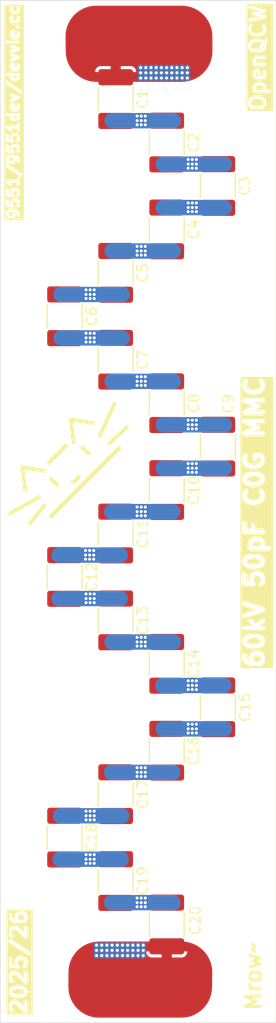
<source format=kicad_pcb>
(kicad_pcb (version 20241229) (generator "pcbnew") (generator_version "9.0")
  (layers (0 "F.Cu" signal) (2 "B.Cu" signal) (13 "F.Paste" user) (15 "B.Paste" user) (5 "F.SilkS" user "F.Silkscreen") (7 "B.SilkS" user "B.Silkscreen") (1 "F.Mask" user) (3 "B.Mask" user) (25 "Edge.Cuts" user))
  (net 0 "")
  (net 1 "CONN_1")
  (net 2 "Net-(C10-Pad2)")
  (net 3 "CONN_2")
  (net 4 "Net-(C10-Pad1)")
  (net 5 "Net-(C1-Pad2)")
  (net 6 "Net-(C2-Pad2)")
  (net 7 "Net-(C3-Pad2)")
  (net 8 "Net-(C4-Pad2)")
  (net 9 "Net-(C5-Pad2)")
  (net 10 "Net-(C6-Pad2)")
  (net 11 "Net-(C7-Pad2)")
  (net 12 "Net-(C8-Pad2)")
  (net 13 "Net-(C11-Pad2)")
  (net 14 "Net-(C12-Pad2)")
  (net 15 "Net-(C13-Pad2)")
  (net 16 "Net-(C14-Pad2)")
  (net 17 "Net-(C15-Pad2)")
  (net 18 "Net-(C16-Pad2)")
  (net 19 "Net-(C17-Pad2)")
  (net 20 "Net-(C18-Pad2)")
  (net 21 "Net-(C19-Pad2)")
  (footprint "Capacitor_SMD:C_1812_4532Metric_Pad1.57x3.40mm_HandSolder" (layer "F.Cu") (at 92.55 137.135 -90)
    (property "Reference" "C13" (at 0 -2.65 90) (layer "F.SilkS"))
    (property "Value" "1nF")
    (pad "1" smd roundrect (at -2.1375 0 270) (size 1.575 3.4) (layers "F.Cu" "F.Mask" "F.Paste") (roundrect_rratio 0.15873) (net 14 "Net-(C12-Pad2)"))
    (pad "2" smd roundrect (at 2.1375 0 270) (size 1.575 3.4) (layers "F.Cu" "F.Mask" "F.Paste") (roundrect_rratio 0.15873) (net 15 "Net-(C13-Pad2)"))
  )
  (footprint "Capacitor_SMD:C_1812_4532Metric_Pad1.57x3.40mm_HandSolder" (layer "F.Cu") (at 92.55 86.135 -90)
    (property "Reference" "C1" (at 0 -2.65 90) (layer "F.SilkS"))
    (property "Value" "1nF")
    (pad "1" smd roundrect (at -2.1375 0 270) (size 1.575 3.4) (layers "F.Cu" "F.Mask" "F.Paste") (roundrect_rratio 0.15873) (net 1 "CONN_1"))
    (pad "2" smd roundrect (at 2.1375 0 270) (size 1.575 3.4) (layers "F.Cu" "F.Mask" "F.Paste") (roundrect_rratio 0.15873) (net 5 "Net-(C1-Pad2)"))
  )
  (footprint "Capacitor_SMD:C_1812_4532Metric_Pad1.57x3.40mm_HandSolder" (layer "F.Cu") (at 87.55 132.885 -90)
    (property "Reference" "C12" (at 0 -2.65 90) (layer "F.SilkS"))
    (property "Value" "1nF")
    (pad "1" smd roundrect (at -2.1375 0 270) (size 1.575 3.4) (layers "F.Cu" "F.Mask" "F.Paste") (roundrect_rratio 0.15873) (net 13 "Net-(C11-Pad2)"))
    (pad "2" smd roundrect (at 2.1375 0 270) (size 1.575 3.4) (layers "F.Cu" "F.Mask" "F.Paste") (roundrect_rratio 0.15873) (net 14 "Net-(C12-Pad2)"))
  )
  (footprint "Capacitor_SMD:C_1812_4532Metric_Pad1.57x3.40mm_HandSolder" (layer "F.Cu") (at 92.55 128.635 -90)
    (property "Reference" "C11" (at 0 -2.65 90) (layer "F.SilkS"))
    (property "Value" "1nF")
    (pad "1" smd roundrect (at -2.1375 0 270) (size 1.575 3.4) (layers "F.Cu" "F.Mask" "F.Paste") (roundrect_rratio 0.15873) (net 2 "Net-(C10-Pad2)"))
    (pad "2" smd roundrect (at 2.1375 0 270) (size 1.575 3.4) (layers "F.Cu" "F.Mask" "F.Paste") (roundrect_rratio 0.15873) (net 13 "Net-(C11-Pad2)"))
  )
  (footprint "Capacitor_SMD:C_1812_4532Metric_Pad1.57x3.40mm_HandSolder" (layer "F.Cu") (at 97.55 149.885 -90)
    (property "Reference" "C16" (at 0 -2.65 90) (layer "F.SilkS"))
    (property "Value" "1nF")
    (pad "1" smd roundrect (at -2.1375 0 270) (size 1.575 3.4) (layers "F.Cu" "F.Mask" "F.Paste") (roundrect_rratio 0.15873) (net 17 "Net-(C15-Pad2)"))
    (pad "2" smd roundrect (at 2.1375 0 270) (size 1.575 3.4) (layers "F.Cu" "F.Mask" "F.Paste") (roundrect_rratio 0.15873) (net 18 "Net-(C16-Pad2)"))
  )
  (footprint "Capacitor_SMD:C_1812_4532Metric_Pad1.57x3.40mm_HandSolder" (layer "F.Cu") (at 92.55 111.635 -90)
    (property "Reference" "C7" (at 0 -2.65 90) (layer "F.SilkS"))
    (property "Value" "1nF")
    (pad "1" smd roundrect (at -2.1375 0 270) (size 1.575 3.4) (layers "F.Cu" "F.Mask" "F.Paste") (roundrect_rratio 0.15873) (net 10 "Net-(C6-Pad2)"))
    (pad "2" smd roundrect (at 2.1375 0 270) (size 1.575 3.4) (layers "F.Cu" "F.Mask" "F.Paste") (roundrect_rratio 0.15873) (net 11 "Net-(C7-Pad2)"))
  )
  (footprint "Capacitor_SMD:C_1812_4532Metric_Pad1.57x3.40mm_HandSolder" (layer "F.Cu") (at 87.55 107.385 -90)
    (property "Reference" "C6" (at 0 -2.65 90) (layer "F.SilkS"))
    (property "Value" "1nF")
    (pad "1" smd roundrect (at -2.1375 0 270) (size 1.575 3.4) (layers "F.Cu" "F.Mask" "F.Paste") (roundrect_rratio 0.15873) (net 9 "Net-(C5-Pad2)"))
    (pad "2" smd roundrect (at 2.1375 0 270) (size 1.575 3.4) (layers "F.Cu" "F.Mask" "F.Paste") (roundrect_rratio 0.15873) (net 10 "Net-(C6-Pad2)"))
  )
  (footprint "Capacitor_SMD:C_1812_4532Metric_Pad1.57x3.40mm_HandSolder" (layer "F.Cu") (at 102.55 94.635 -90)
    (property "Reference" "C3" (at 0 -2.65 90) (layer "F.SilkS"))
    (property "Value" "1nF")
    (pad "1" smd roundrect (at -2.1375 0 270) (size 1.575 3.4) (layers "F.Cu" "F.Mask" "F.Paste") (roundrect_rratio 0.15873) (net 6 "Net-(C2-Pad2)"))
    (pad "2" smd roundrect (at 2.1375 0 270) (size 1.575 3.4) (layers "F.Cu" "F.Mask" "F.Paste") (roundrect_rratio 0.15873) (net 7 "Net-(C3-Pad2)"))
  )
  (footprint "Capacitor_SMD:C_1812_4532Metric_Pad1.57x3.40mm_HandSolder" (layer "F.Cu") (at 102.55 145.635 -90)
    (property "Reference" "C15" (at 0 -2.65 90) (layer "F.SilkS"))
    (property "Value" "1nF")
    (pad "1" smd roundrect (at -2.1375 0 270) (size 1.575 3.4) (layers "F.Cu" "F.Mask" "F.Paste") (roundrect_rratio 0.15873) (net 16 "Net-(C14-Pad2)"))
    (pad "2" smd roundrect (at 2.1375 0 270) (size 1.575 3.4) (layers "F.Cu" "F.Mask" "F.Paste") (roundrect_rratio 0.15873) (net 17 "Net-(C15-Pad2)"))
  )
  (footprint "Capacitor_SMD:C_1812_4532Metric_Pad1.57x3.40mm_HandSolder" (layer "F.Cu") (at 97.55 166.885 -90)
    (property "Reference" "C20" (at -0.4 -2.8 90) (layer "F.SilkS"))
    (property "Value" "1nF")
    (pad "1" smd roundrect (at -2.1375 0 270) (size 1.575 3.4) (layers "F.Cu" "F.Mask" "F.Paste") (roundrect_rratio 0.15873) (net 21 "Net-(C19-Pad2)"))
    (pad "2" smd roundrect (at 2.1375 0 270) (size 1.575 3.4) (layers "F.Cu" "F.Mask" "F.Paste") (roundrect_rratio 0.15873) (net 3 "CONN_2"))
  )
  (footprint "Capacitor_SMD:C_1812_4532Metric_Pad1.57x3.40mm_HandSolder" (layer "F.Cu") (at 97.55 115.885 -90)
    (property "Reference" "C8" (at 0 -2.65 90) (layer "F.SilkS"))
    (property "Value" "1nF")
    (pad "1" smd roundrect (at -2.1375 0 270) (size 1.575 3.4) (layers "F.Cu" "F.Mask" "F.Paste") (roundrect_rratio 0.15873) (net 11 "Net-(C7-Pad2)"))
    (pad "2" smd roundrect (at 2.1375 0 270) (size 1.575 3.4) (layers "F.Cu" "F.Mask" "F.Paste") (roundrect_rratio 0.15873) (net 12 "Net-(C8-Pad2)"))
  )
  (footprint "Capacitor_SMD:C_1812_4532Metric_Pad1.57x3.40mm_HandSolder" (layer "F.Cu") (at 97.55 98.885 -90)
    (property "Reference" "C4" (at 0 -2.65 90) (layer "F.SilkS"))
    (property "Value" "1nF")
    (pad "1" smd roundrect (at -2.1375 0 270) (size 1.575 3.4) (layers "F.Cu" "F.Mask" "F.Paste") (roundrect_rratio 0.15873) (net 7 "Net-(C3-Pad2)"))
    (pad "2" smd roundrect (at 2.1375 0 270) (size 1.575 3.4) (layers "F.Cu" "F.Mask" "F.Paste") (roundrect_rratio 0.15873) (net 8 "Net-(C4-Pad2)"))
  )
  (footprint "Capacitor_SMD:C_1812_4532Metric_Pad1.57x3.40mm_HandSolder" (layer "F.Cu") (at 97.55 90.385 -90)
    (property "Reference" "C2" (at 0 -2.65 90) (layer "F.SilkS"))
    (property "Value" "1nF")
    (pad "1" smd roundrect (at -2.1375 0 270) (size 1.575 3.4) (layers "F.Cu" "F.Mask" "F.Paste") (roundrect_rratio 0.15873) (net 5 "Net-(C1-Pad2)"))
    (pad "2" smd roundrect (at 2.1375 0 270) (size 1.575 3.4) (layers "F.Cu" "F.Mask" "F.Paste") (roundrect_rratio 0.15873) (net 6 "Net-(C2-Pad2)"))
  )
  (footprint "art:cat2" (layer "F.Cu") (at 87.63 121.666 45)
    (property "Reference" "G***" (hide yes))
    (property "Value" "LOGO" (hide yes))
  )
  (footprint "Capacitor_SMD:C_1812_4532Metric_Pad1.57x3.40mm_HandSolder" (layer "F.Cu") (at 87.55 158.385 -90)
    (property "Reference" "C18" (at 0 -2.65 90) (layer "F.SilkS"))
    (property "Value" "1nF")
    (pad "1" smd roundrect (at -2.1375 0 270) (size 1.575 3.4) (layers "F.Cu" "F.Mask" "F.Paste") (roundrect_rratio 0.15873) (net 19 "Net-(C17-Pad2)"))
    (pad "2" smd roundrect (at 2.1375 0 270) (size 1.575 3.4) (layers "F.Cu" "F.Mask" "F.Paste") (roundrect_rratio 0.15873) (net 20 "Net-(C18-Pad2)"))
  )
  (footprint "Capacitor_SMD:C_1812_4532Metric_Pad1.57x3.40mm_HandSolder" (layer "F.Cu") (at 92.55 154.135 -90)
    (property "Reference" "C17" (at 0 -2.65 90) (layer "F.SilkS"))
    (property "Value" "1nF")
    (pad "1" smd roundrect (at -2.1375 0 270) (size 1.575 3.4) (layers "F.Cu" "F.Mask" "F.Paste") (roundrect_rratio 0.15873) (net 18 "Net-(C16-Pad2)"))
    (pad "2" smd roundrect (at 2.1375 0 270) (size 1.575 3.4) (layers "F.Cu" "F.Mask" "F.Paste") (roundrect_rratio 0.15873) (net 19 "Net-(C17-Pad2)"))
  )
  (footprint "Capacitor_SMD:C_1812_4532Metric_Pad1.57x3.40mm_HandSolder" (layer "F.Cu") (at 92.55 103.135 -90)
    (property "Reference" "C5" (at 0 -2.65 90) (layer "F.SilkS"))
    (property "Value" "1nF")
    (pad "1" smd roundrect (at -2.1375 0 270) (size 1.575 3.4) (layers "F.Cu" "F.Mask" "F.Paste") (roundrect_rratio 0.15873) (net 8 "Net-(C4-Pad2)"))
    (pad "2" smd roundrect (at 2.1375 0 270) (size 1.575 3.4) (layers "F.Cu" "F.Mask" "F.Paste") (roundrect_rratio 0.15873) (net 9 "Net-(C5-Pad2)"))
  )
  (footprint "Capacitor_SMD:C_1812_4532Metric_Pad1.57x3.40mm_HandSolder" (layer "F.Cu") (at 97.55 124.385 -90)
    (property "Reference" "C10" (at 0 -2.65 90) (layer "F.SilkS"))
    (property "Value" "1nF")
    (pad "1" smd roundrect (at -2.1375 0 270) (size 1.575 3.4) (layers "F.Cu" "F.Mask" "F.Paste") (roundrect_rratio 0.15873) (net 4 "Net-(C10-Pad1)"))
    (pad "2" smd roundrect (at 2.1375 0 270) (size 1.575 3.4) (layers "F.Cu" "F.Mask" "F.Paste") (roundrect_rratio 0.15873) (net 2 "Net-(C10-Pad2)"))
  )
  (footprint "Capacitor_SMD:C_1812_4532Metric_Pad1.57x3.40mm_HandSolder" (layer "F.Cu") (at 97.55 141.385 -90)
    (property "Reference" "C14" (at 0 -2.65 90) (layer "F.SilkS"))
    (property "Value" "1nF")
    (pad "1" smd roundrect (at -2.1375 0 270) (size 1.575 3.4) (layers "F.Cu" "F.Mask" "F.Paste") (roundrect_rratio 0.15873) (net 15 "Net-(C13-Pad2)"))
    (pad "2" smd roundrect (at 2.1375 0 270) (size 1.575 3.4) (layers "F.Cu" "F.Mask" "F.Paste") (roundrect_rratio 0.15873) (net 16 "Net-(C14-Pad2)"))
  )
  (footprint "Capacitor_SMD:C_1812_4532Metric_Pad1.57x3.40mm_HandSolder" (layer "F.Cu") (at 92.55 162.635 -90)
    (property "Reference" "C19" (at 0 -2.65 90) (layer "F.SilkS"))
    (property "Value" "1nF")
    (pad "1" smd roundrect (at -2.1375 0 270) (size 1.575 3.4) (layers "F.Cu" "F.Mask" "F.Paste") (roundrect_rratio 0.15873) (net 20 "Net-(C18-Pad2)"))
    (pad "2" smd roundrect (at 2.1375 0 270) (size 1.575 3.4) (layers "F.Cu" "F.Mask" "F.Paste") (roundrect_rratio 0.15873) (net 21 "Net-(C19-Pad2)"))
  )
  (footprint "Capacitor_SMD:C_1812_4532Metric_Pad1.57x3.40mm_HandSolder" (layer "F.Cu") (at 102.55 120.135 -90)
    (property "Reference" "C9" (at -4.185 -1 90) (layer "F.SilkS"))
    (property "Value" "1nF")
    (pad "1" smd roundrect (at -2.1375 0 270) (size 1.575 3.4) (layers "F.Cu" "F.Mask" "F.Paste") (roundrect_rratio 0.15873) (net 12 "Net-(C8-Pad2)"))
    (pad "2" smd roundrect (at 2.1375 0 270) (size 1.575 3.4) (layers "F.Cu" "F.Mask" "F.Paste") (roundrect_rratio 0.15873) (net 4 "Net-(C10-Pad1)"))
  )
  (gr_line (start 87.2 109.5) (end 93.2 109.5) (stroke (width 1.5)) (layer "B.Cu") (net 10))
  (gr_line (start 92.2 113.75) (end 98.2 113.75) (stroke (width 1.5)) (layer "B.Cu") (net 11))
  (gr_line (start 97.2 96.75) (end 103.2 96.75) (stroke (width 1.5)) (layer "B.Cu") (net 7))
  (gr_line (start 87.1 160.5) (end 93.1 160.5) (stroke (width 1.5)) (layer "B.Cu") (net 20))
  (gr_line (start 87 130.75) (end 93 130.75) (stroke (width 1.5)) (layer "B.Cu") (net 13))
  (gr_line (start 92.15 126.5) (end 98.15 126.5) (stroke (width 1.5)) (layer "B.Cu") (net 2))
  (gr_line (start 87.2 105.25) (end 93.2 105.25) (stroke (width 1.5)) (layer "B.Cu") (net 9))
  (gr_line (start 97.15 143.5) (end 103.15 143.5) (stroke (width 1.5)) (layer "B.Cu") (net 16))
  (gr_line (start 97.2 118) (end 103.2 118) (stroke (width 1.5)) (layer "B.Cu") (net 12))
  (gr_line (start 92.2 139.25) (end 98.2 139.25) (stroke (width 1.5)) (layer "B.Cu") (net 15))
  (gr_line (start 92.15 152) (end 98.15 152) (stroke (width 1.5)) (layer "B.Cu") (net 18))
  (gr_line (start 92.2 101) (end 98.2 101) (stroke (width 1.5)) (layer "B.Cu") (net 8))
  (gr_line (start 97.2 92.5) (end 103.2 92.5) (stroke (width 1.5)) (layer "B.Cu") (net 6))
  (gr_line (start 97.2 147.75) (end 103.2 147.75) (stroke (width 1.5)) (layer "B.Cu") (net 17))
  (gr_line (start 92.2 88.25) (end 98.2 88.25) (stroke (width 1.5)) (layer "B.Cu") (net 5))
  (gr_line (start 87.15 156.25) (end 93.15 156.25) (stroke (width 1.5)) (layer "B.Cu") (net 19))
  (gr_line (start 87 135) (end 93 135) (stroke (width 1.5)) (layer "B.Cu") (net 14))
  (gr_line (start 92.15 164.75) (end 98.15 164.75) (stroke (width 1.5)) (layer "B.Cu") (net 21))
  (gr_line (start 97.2 122.25) (end 103.2 122.25) (stroke (width 1.5)) (layer "B.Cu") (net 4))
  (gr_rect (start 81.25 76.5) (end 108.25 176.5) (stroke (width 0.05)) (fill no) (layer "Edge.Cuts"))
  (gr_text "2025/26" (at 83.95 175.8 90) (layer "F.SilkS" knockout) (effects (font (size 1.5 1.5) (thickness 0.3) (bold yes)) (justify left bottom)))
  (gr_text "Mrow~" (at 106.9 175.45 90) (layer "F.SilkS") (effects (font (size 1.5 1.5) (thickness 0.3) (bold yes)) (justify left bottom)))
  (gr_text "OpenQCW" (at 107.35 87.45 90) (layer "F.SilkS" knockout) (effects (font (size 1.5 1.5) (thickness 0.25) (bold yes)) (justify left bottom)))
  (gr_text "60kV 50pF C0G MMC" (at 107.2 142 90) (layer "F.SilkS" knockout) (effects (font (size 1.8 1.8) (thickness 0.4) (bold yes)) (justify left bottom)))
  (gr_text "9551/9551dev/devvie.cc" (at 83.2 98.05 90) (layer "F.SilkS" knockout) (effects (font (size 1.1 1.1) (thickness 0.25) (bold yes)) (justify left bottom)))
  (via (at 95.504 83.566) (size 0.6) (drill 0.3) (layers "F.Cu" "B.Cu") (net 1))
  (via (at 97.028 84.074) (size 0.6) (drill 0.3) (layers "F.Cu" "B.Cu") (net 1))
  (via (at 97.028 83.566) (size 0.6) (drill 0.3) (layers "F.Cu" "B.Cu") (net 1))
  (via (at 96.012 83.058) (size 0.6) (drill 0.3) (layers "F.Cu" "B.Cu") (net 1))
  (via (at 98.552 84.074) (size 0.6) (drill 0.3) (layers "F.Cu" "B.Cu") (net 1))
  (via (at 97.536 83.566) (size 0.6) (drill 0.3) (layers "F.Cu" "B.Cu") (net 1))
  (via (at 96.52 83.058) (size 0.6) (drill 0.3) (layers "F.Cu" "B.Cu") (net 1))
  (via (at 95.504 83.058) (size 0.6) (drill 0.3) (layers "F.Cu" "B.Cu") (net 1))
  (via (at 99.06 83.058) (size 0.6) (drill 0.3) (layers "F.Cu" "B.Cu") (net 1))
  (via (at 97.536 83.058) (size 0.6) (drill 0.3) (layers "F.Cu" "B.Cu") (net 1))
  (via (at 99.06 84.074) (size 0.6) (drill 0.3) (layers "F.Cu" "B.Cu") (net 1))
  (via (at 94.996 84.074) (size 0.6) (drill 0.3) (layers "F.Cu" "B.Cu") (net 1))
  (via (at 99.568 83.566) (size 0.6) (drill 0.3) (layers "F.Cu" "B.Cu") (net 1))
  (via (at 98.044 83.566) (size 0.6) (drill 0.3) (layers "F.Cu" "B.Cu") (net 1))
  (via (at 98.552 83.566) (size 0.6) (drill 0.3) (layers "F.Cu" "B.Cu") (net 1))
  (via (at 98.552 83.058) (size 0.6) (drill 0.3) (layers "F.Cu" "B.Cu") (net 1))
  (via (at 96.012 83.566) (size 0.6) (drill 0.3) (layers "F.Cu" "B.Cu") (net 1))
  (via (at 96.52 83.566) (size 0.6) (drill 0.3) (layers "F.Cu" "B.Cu") (net 1))
  (via (at 99.568 84.074) (size 0.6) (drill 0.3) (layers "F.Cu" "B.Cu") (net 1))
  (via (at 96.52 84.074) (size 0.6) (drill 0.3) (layers "F.Cu" "B.Cu") (net 1))
  (via (at 98.044 83.058) (size 0.6) (drill 0.3) (layers "F.Cu" "B.Cu") (net 1))
  (via (at 94.996 83.566) (size 0.6) (drill 0.3) (layers "F.Cu" "B.Cu") (net 1))
  (via (at 94.996 83.058) (size 0.6) (drill 0.3) (layers "F.Cu" "B.Cu") (net 1))
  (via (at 99.568 83.058) (size 0.6) (drill 0.3) (layers "F.Cu" "B.Cu") (net 1))
  (via (at 97.028 83.058) (size 0.6) (drill 0.3) (layers "F.Cu" "B.Cu") (net 1))
  (via (at 96.012 84.074) (size 0.6) (drill 0.3) (layers "F.Cu" "B.Cu") (net 1))
  (via (at 97.536 84.074) (size 0.6) (drill 0.3) (layers "F.Cu" "B.Cu") (net 1))
  (via (at 99.06 83.566) (size 0.6) (drill 0.3) (layers "F.Cu" "B.Cu") (net 1))
  (via (at 95.504 84.074) (size 0.6) (drill 0.3) (layers "F.Cu" "B.Cu") (net 1))
  (via (at 98.044 84.074) (size 0.6) (drill 0.3) (layers "F.Cu" "B.Cu") (net 1))
  (segment (start 97.525 126.4975) (end 97.55 126.5225) (width 1.5) (layer "F.Cu") (net 2))
  (segment (start 92.55 126.4975) (end 97.525 126.4975) (width 1.5) (layer "F.Cu") (net 2))
  (via (at 95.45 126.9) (size 0.6) (drill 0.3) (layers "F.Cu" "B.Cu") (net 2))
  (via (at 94.65 126.0475) (size 0.6) (drill 0.3) (layers "F.Cu" "B.Cu") (net 2))
  (via (at 95.45 126.4975) (size 0.6) (drill 0.3) (layers "F.Cu" "B.Cu") (net 2))
  (via (at 95.45 126.05) (size 0.6) (drill 0.3) (layers "F.Cu" "B.Cu") (net 2))
  (via (at 95.05 126.8975) (size 0.6) (drill 0.3) (layers "F.Cu" "B.Cu") (net 2))
  (via (at 94.65 126.8975) (size 0.6) (drill 0.3) (layers "F.Cu" "B.Cu") (net 2))
  (via (at 95.05 126.495) (size 0.6) (drill 0.3) (layers "F.Cu" "B.Cu") (net 2))
  (via (at 95.05 126.0475) (size 0.6) (drill 0.3) (layers "F.Cu" "B.Cu") (net 2))
  (via (at 94.65 126.495) (size 0.6) (drill 0.3) (layers "F.Cu" "B.Cu") (net 2))
  (via (at 93.726 168.91) (size 0.6) (drill 0.3) (layers "F.Cu" "B.Cu") (net 3))
  (via (at 91.186 169.418) (size 0.6) (drill 0.3) (layers "F.Cu" "B.Cu") (net 3))
  (via (at 94.234 168.91) (size 0.6) (drill 0.3) (layers "F.Cu" "B.Cu") (net 3))
  (via (at 92.202 169.926) (size 0.6) (drill 0.3) (layers "F.Cu" "B.Cu") (net 3))
  (via (at 92.71 169.418) (size 0.6) (drill 0.3) (layers "F.Cu" "B.Cu") (net 3))
  (via (at 94.234 169.926) (size 0.6) (drill 0.3) (layers "F.Cu" "B.Cu") (net 3))
  (via (at 91.186 168.91) (size 0.6) (drill 0.3) (layers "F.Cu" "B.Cu") (net 3))
  (via (at 92.71 168.91) (size 0.6) (drill 0.3) (layers "F.Cu" "B.Cu") (net 3))
  (via (at 92.202 169.418) (size 0.6) (drill 0.3) (layers "F.Cu" "B.Cu") (net 3))
  (via (at 92.71 169.926) (size 0.6) (drill 0.3) (layers "F.Cu" "B.Cu") (net 3))
  (via (at 90.678 169.926) (size 0.6) (drill 0.3) (layers "F.Cu" "B.Cu") (net 3))
  (via (at 93.218 169.926) (size 0.6) (drill 0.3) (layers "F.Cu" "B.Cu") (net 3))
  (via (at 93.726 169.418) (size 0.6) (drill 0.3) (layers "F.Cu" "B.Cu") (net 3))
  (via (at 90.678 169.418) (size 0.6) (drill 0.3) (layers "F.Cu" "B.Cu") (net 3))
  (via (at 91.694 169.926) (size 0.6) (drill 0.3) (layers "F.Cu" "B.Cu") (net 3))
  (via (at 90.678 168.91) (size 0.6) (drill 0.3) (layers "F.Cu" "B.Cu") (net 3))
  (via (at 93.218 168.91) (size 0.6) (drill 0.3) (layers "F.Cu" "B.Cu") (net 3))
  (via (at 91.694 169.418) (size 0.6) (drill 0.3) (layers "F.Cu" "B.Cu") (net 3))
  (via (at 95.25 168.91) (size 0.6) (drill 0.3) (layers "F.Cu" "B.Cu") (net 3))
  (via (at 92.202 168.91) (size 0.6) (drill 0.3) (layers "F.Cu" "B.Cu") (net 3))
  (via (at 93.726 169.926) (size 0.6) (drill 0.3) (layers "F.Cu" "B.Cu") (net 3))
  (via (at 95.25 169.418) (size 0.6) (drill 0.3) (layers "F.Cu" "B.Cu") (net 3))
  (via (at 94.742 169.926) (size 0.6) (drill 0.3) (layers "F.Cu" "B.Cu") (net 3))
  (via (at 91.694 168.91) (size 0.6) (drill 0.3) (layers "F.Cu" "B.Cu") (net 3))
  (via (at 94.742 169.418) (size 0.6) (drill 0.3) (layers "F.Cu" "B.Cu") (net 3))
  (via (at 94.234 169.418) (size 0.6) (drill 0.3) (layers "F.Cu" "B.Cu") (net 3))
  (via (at 91.186 169.926) (size 0.6) (drill 0.3) (layers "F.Cu" "B.Cu") (net 3))
  (via (at 95.25 169.926) (size 0.6) (drill 0.3) (layers "F.Cu" "B.Cu") (net 3))
  (via (at 94.742 168.91) (size 0.6) (drill 0.3) (layers "F.Cu" "B.Cu") (net 3))
  (via (at 93.218 169.418) (size 0.6) (drill 0.3) (layers "F.Cu" "B.Cu") (net 3))
  (segment (start 97.55 122.2475) (end 102.525 122.2475) (width 1.5) (layer "F.Cu") (net 4))
  (segment (start 102.525 122.2475) (end 102.55 122.2725) (width 1.5) (layer "F.Cu") (net 4))
  (via (at 99.65 122.6475) (size 0.6) (drill 0.3) (layers "F.Cu" "B.Cu") (net 4))
  (via (at 99.65 122.245) (size 0.6) (drill 0.3) (layers "F.Cu" "B.Cu") (net 4))
  (via (at 100.05 122.245) (size 0.6) (drill 0.3) (layers "F.Cu" "B.Cu") (net 4))
  (via (at 100.45 121.8) (size 0.6) (drill 0.3) (layers "F.Cu" "B.Cu") (net 4))
  (via (at 100.45 122.2475) (size 0.6) (drill 0.3) (layers "F.Cu" "B.Cu") (net 4))
  (via (at 100.45 122.65) (size 0.6) (drill 0.3) (layers "F.Cu" "B.Cu") (net 4))
  (via (at 100.05 121.7975) (size 0.6) (drill 0.3) (layers "F.Cu" "B.Cu") (net 4))
  (via (at 99.65 121.7975) (size 0.6) (drill 0.3) (layers "F.Cu" "B.Cu") (net 4))
  (via (at 100.05 122.6475) (size 0.6) (drill 0.3) (layers "F.Cu" "B.Cu") (net 4))
  (segment (start 92.575 88.2475) (end 92.55 88.2725) (width 1.5) (layer "F.Cu") (net 5))
  (segment (start 97.55 88.2475) (end 92.575 88.2475) (width 1.5) (layer "F.Cu") (net 5))
  (via (at 95.05 87.7975) (size 0.6) (drill 0.3) (layers "F.Cu" "B.Cu") (net 5))
  (via (at 95.05 88.6475) (size 0.6) (drill 0.3) (layers "F.Cu" "B.Cu") (net 5))
  (via (at 95.45 88.2475) (size 0.6) (drill 0.3) (layers "F.Cu" "B.Cu") (net 5))
  (via (at 94.65 87.7975) (size 0.6) (drill 0.3) (layers "F.Cu" "B.Cu") (net 5))
  (via (at 95.45 88.65) (size 0.6) (drill 0.3) (layers "F.Cu" "B.Cu") (net 5))
  (via (at 95.45 87.8) (size 0.6) (drill 0.3) (layers "F.Cu" "B.Cu") (net 5))
  (via (at 94.65 88.6475) (size 0.6) (drill 0.3) (layers "F.Cu" "B.Cu") (net 5))
  (via (at 95.05 88.245) (size 0.6) (drill 0.3) (layers "F.Cu" "B.Cu") (net 5))
  (via (at 94.65 88.245) (size 0.6) (drill 0.3) (layers "F.Cu" "B.Cu") (net 5))
  (segment (start 102.55 92.4975) (end 97.575 92.4975) (width 1.5) (layer "F.Cu") (net 6))
  (segment (start 97.575 92.4975) (end 97.55 92.5225) (width 1.5) (layer "F.Cu") (net 6))
  (via (at 100.05 92.0475) (size 0.6) (drill 0.3) (layers "F.Cu" "B.Cu") (net 6))
  (via (at 99.65 92.495) (size 0.6) (drill 0.3) (layers "F.Cu" "B.Cu") (net 6))
  (via (at 99.65 92.8975) (size 0.6) (drill 0.3) (layers "F.Cu" "B.Cu") (net 6))
  (via (at 100.05 92.495) (size 0.6) (drill 0.3) (layers "F.Cu" "B.Cu") (net 6))
  (via (at 100.45 92.9) (size 0.6) (drill 0.3) (layers "F.Cu" "B.Cu") (net 6))
  (via (at 99.65 92.0475) (size 0.6) (drill 0.3) (layers "F.Cu" "B.Cu") (net 6))
  (via (at 100.45 92.05) (size 0.6) (drill 0.3) (layers "F.Cu" "B.Cu") (net 6))
  (via (at 100.45 92.4975) (size 0.6) (drill 0.3) (layers "F.Cu" "B.Cu") (net 6))
  (via (at 100.05 92.8975) (size 0.6) (drill 0.3) (layers "F.Cu" "B.Cu") (net 6))
  (segment (start 102.525 96.7475) (end 102.55 96.7725) (width 1.5) (layer "F.Cu") (net 7))
  (segment (start 97.55 96.7475) (end 102.525 96.7475) (width 1.5) (layer "F.Cu") (net 7))
  (via (at 100.45 96.7475) (size 0.6) (drill 0.3) (layers "F.Cu" "B.Cu") (net 7))
  (via (at 100.05 97.1475) (size 0.6) (drill 0.3) (layers "F.Cu" "B.Cu") (net 7))
  (via (at 100.05 96.745) (size 0.6) (drill 0.3) (layers "F.Cu" "B.Cu") (net 7))
  (via (at 99.65 96.2975) (size 0.6) (drill 0.3) (layers "F.Cu" "B.Cu") (net 7))
  (via (at 99.65 97.1475) (size 0.6) (drill 0.3) (layers "F.Cu" "B.Cu") (net 7))
  (via (at 99.65 96.745) (size 0.6) (drill 0.3) (layers "F.Cu" "B.Cu") (net 7))
  (via (at 100.05 96.2975) (size 0.6) (drill 0.3) (layers "F.Cu" "B.Cu") (net 7))
  (via (at 100.45 97.15) (size 0.6) (drill 0.3) (layers "F.Cu" "B.Cu") (net 7))
  (via (at 100.45 96.3) (size 0.6) (drill 0.3) (layers "F.Cu" "B.Cu") (net 7))
  (segment (start 97.525 100.9975) (end 97.55 101.0225) (width 1.5) (layer "F.Cu") (net 8))
  (segment (start 92.55 100.9975) (end 97.525 100.9975) (width 1.5) (layer "F.Cu") (net 8))
  (via (at 94.65 100.995) (size 0.6) (drill 0.3) (layers "F.Cu" "B.Cu") (net 8))
  (via (at 95.05 100.5475) (size 0.6) (drill 0.3) (layers "F.Cu" "B.Cu") (net 8))
  (via (at 95.05 101.3975) (size 0.6) (drill 0.3) (layers "F.Cu" "B.Cu") (net 8))
  (via (at 95.45 100.9975) (size 0.6) (drill 0.3) (layers "F.Cu" "B.Cu") (net 8))
  (via (at 95.45 100.55) (size 0.6) (drill 0.3) (layers "F.Cu" "B.Cu") (net 8))
  (via (at 94.65 100.5475) (size 0.6) (drill 0.3) (layers "F.Cu" "B.Cu") (net 8))
  (via (at 95.05 100.995) (size 0.6) (drill 0.3) (layers "F.Cu" "B.Cu") (net 8))
  (via (at 95.45 101.4) (size 0.6) (drill 0.3) (layers "F.Cu" "B.Cu") (net 8))
  (via (at 94.65 101.3975) (size 0.6) (drill 0.3) (layers "F.Cu" "B.Cu") (net 8))
  (segment (start 87.55 105.2475) (end 92.525 105.2475) (width 1.5) (layer "F.Cu") (net 9))
  (segment (start 92.525 105.2475) (end 92.55 105.2725) (width 1.5) (layer "F.Cu") (net 9))
  (via (at 89.65 105.245) (size 0.6) (drill 0.3) (layers "F.Cu" "B.Cu") (net 9))
  (via (at 90.45 104.8) (size 0.6) (drill 0.3) (layers "F.Cu" "B.Cu") (net 9))
  (via (at 90.05 105.6475) (size 0.6) (drill 0.3) (layers "F.Cu" "B.Cu") (net 9))
  (via (at 90.45 105.2475) (size 0.6) (drill 0.3) (layers "F.Cu" "B.Cu") (net 9))
  (via (at 90.45 105.65) (size 0.6) (drill 0.3) (layers "F.Cu" "B.Cu") (net 9))
  (via (at 89.65 105.6475) (size 0.6) (drill 0.3) (layers "F.Cu" "B.Cu") (net 9))
  (via (at 89.65 104.7975) (size 0.6) (drill 0.3) (layers "F.Cu" "B.Cu") (net 9))
  (via (at 90.05 104.7975) (size 0.6) (drill 0.3) (layers "F.Cu" "B.Cu") (net 9))
  (via (at 90.05 105.245) (size 0.6) (drill 0.3) (layers "F.Cu" "B.Cu") (net 9))
  (segment (start 87.575 109.4975) (end 87.55 109.5225) (width 1.5) (layer "F.Cu") (net 10))
  (segment (start 92.55 109.4975) (end 87.575 109.4975) (width 1.5) (layer "F.Cu") (net 10))
  (via (at 90.05 109.0475) (size 0.6) (drill 0.3) (layers "F.Cu" "B.Cu") (net 10))
  (via (at 90.05 109.495) (size 0.6) (drill 0.3) (layers "F.Cu" "B.Cu") (net 10))
  (via (at 89.65 109.8975) (size 0.6) (drill 0.3) (layers "F.Cu" "B.Cu") (net 10))
  (via (at 90.45 109.05) (size 0.6) (drill 0.3) (layers "F.Cu" "B.Cu") (net 10))
  (via (at 90.45 109.4975) (size 0.6) (drill 0.3) (layers "F.Cu" "B.Cu") (net 10))
  (via (at 90.05 109.8975) (size 0.6) (drill 0.3) (layers "F.Cu" "B.Cu") (net 10))
  (via (at 89.65 109.0475) (size 0.6) (drill 0.3) (layers "F.Cu" "B.Cu") (net 10))
  (via (at 90.45 109.9) (size 0.6) (drill 0.3) (layers "F.Cu" "B.Cu") (net 10))
  (via (at 89.65 109.495) (size 0.6) (drill 0.3) (layers "F.Cu" "B.Cu") (net 10))
  (segment (start 97.55 113.7475) (end 92.575 113.7475) (width 1.5) (layer "F.Cu") (net 11))
  (segment (start 92.575 113.7475) (end 92.55 113.7725) (width 1.5) (layer "F.Cu") (net 11))
  (via (at 95.05 113.745) (size 0.6) (drill 0.3) (layers "F.Cu" "B.Cu") (net 11))
  (via (at 94.65 113.2975) (size 0.6) (drill 0.3) (layers "F.Cu" "B.Cu") (net 11))
  (via (at 95.45 114.15) (size 0.6) (drill 0.3) (layers "F.Cu" "B.Cu") (net 11))
  (via (at 95.05 114.1475) (size 0.6) (drill 0.3) (layers "F.Cu" "B.Cu") (net 11))
  (via (at 95.45 113.3) (size 0.6) (drill 0.3) (layers "F.Cu" "B.Cu") (net 11))
  (via (at 94.65 114.1475) (size 0.6) (drill 0.3) (layers "F.Cu" "B.Cu") (net 11))
  (via (at 95.05 113.2975) (size 0.6) (drill 0.3) (layers "F.Cu" "B.Cu") (net 11))
  (via (at 94.65 113.745) (size 0.6) (drill 0.3) (layers "F.Cu" "B.Cu") (net 11))
  (via (at 95.45 113.7475) (size 0.6) (drill 0.3) (layers "F.Cu" "B.Cu") (net 11))
  (segment (start 97.575 117.9975) (end 97.55 118.0225) (width 1.5) (layer "F.Cu") (net 12))
  (segment (start 102.55 117.9975) (end 97.575 117.9975) (width 1.5) (layer "F.Cu") (net 12))
  (via (at 100.05 118.3975) (size 0.6) (drill 0.3) (layers "F.Cu" "B.Cu") (net 12))
  (via (at 99.65 117.5475) (size 0.6) (drill 0.3) (layers "F.Cu" "B.Cu") (net 12))
  (via (at 100.45 117.55) (size 0.6) (drill 0.3) (layers "F.Cu" "B.Cu") (net 12))
  (via (at 100.45 118.4) (size 0.6) (drill 0.3) (layers "F.Cu" "B.Cu") (net 12))
  (via (at 99.65 117.995) (size 0.6) (drill 0.3) (layers "F.Cu" "B.Cu") (net 12))
  (via (at 99.65 118.3975) (size 0.6) (drill 0.3) (layers "F.Cu" "B.Cu") (net 12))
  (via (at 100.45 117.9975) (size 0.6) (drill 0.3) (layers "F.Cu" "B.Cu") (net 12))
  (via (at 100.05 117.995) (size 0.6) (drill 0.3) (layers "F.Cu" "B.Cu") (net 12))
  (via (at 100.05 117.5475) (size 0.6) (drill 0.3) (layers "F.Cu" "B.Cu") (net 12))
  (segment (start 87.55 130.7475) (end 92.525 130.7475) (width 1.5) (layer "F.Cu") (net 13))
  (segment (start 92.525 130.7475) (end 92.55 130.7725) (width 1.5) (layer "F.Cu") (net 13))
  (via (at 89.6 130.745) (size 0.6) (drill 0.3) (layers "F.Cu" "B.Cu") (net 13))
  (via (at 89.6 130.2975) (size 0.6) (drill 0.3) (layers "F.Cu" "B.Cu") (net 13))
  (via (at 90 131.1475) (size 0.6) (drill 0.3) (layers "F.Cu" "B.Cu") (net 13))
  (via (at 90.4 131.15) (size 0.6) (drill 0.3) (layers "F.Cu" "B.Cu") (net 13))
  (via (at 89.6 131.1475) (size 0.6) (drill 0.3) (layers "F.Cu" "B.Cu") (net 13))
  (via (at 90.4 130.3) (size 0.6) (drill 0.3) (layers "F.Cu" "B.Cu") (net 13))
  (via (at 90 130.2975) (size 0.6) (drill 0.3) (layers "F.Cu" "B.Cu") (net 13))
  (via (at 90 130.745) (size 0.6) (drill 0.3) (layers "F.Cu" "B.Cu") (net 13))
  (via (at 90.4 130.7475) (size 0.6) (drill 0.3) (layers "F.Cu" "B.Cu") (net 13))
  (segment (start 87.575 134.9975) (end 87.55 135.0225) (width 1.5) (layer "F.Cu") (net 14))
  (segment (start 92.55 134.9975) (end 87.575 134.9975) (width 1.5) (layer "F.Cu") (net 14))
  (via (at 90.45 134.9975) (size 0.6) (drill 0.3) (layers "F.Cu" "B.Cu") (net 14))
  (via (at 89.65 135.3975) (size 0.6) (drill 0.3) (layers "F.Cu" "B.Cu") (net 14))
  (via (at 89.65 134.995) (size 0.6) (drill 0.3) (layers "F.Cu" "B.Cu") (net 14))
  (via (at 90.45 135.4) (size 0.6) (drill 0.3) (layers "F.Cu" "B.Cu") (net 14))
  (via (at 90.45 134.55) (size 0.6) (drill 0.3) (layers "F.Cu" "B.Cu") (net 14))
  (via (at 90.05 134.995) (size 0.6) (drill 0.3) (layers "F.Cu" "B.Cu") (net 14))
  (via (at 90.05 135.3975) (size 0.6) (drill 0.3) (layers "F.Cu" "B.Cu") (net 14))
  (via (at 89.65 134.5475) (size 0.6) (drill 0.3) (layers "F.Cu" "B.Cu") (net 14))
  (via (at 90.05 134.5475) (size 0.6) (drill 0.3) (layers "F.Cu" "B.Cu") (net 14))
  (segment (start 97.55 139.2475) (end 92.575 139.2475) (width 1.5) (layer "F.Cu") (net 15))
  (segment (start 92.575 139.2475) (end 92.55 139.2725) (width 1.5) (layer "F.Cu") (net 15))
  (via (at 94.65 139.6475) (size 0.6) (drill 0.3) (layers "F.Cu" "B.Cu") (net 15))
  (via (at 95.05 138.7975) (size 0.6) (drill 0.3) (layers "F.Cu" "B.Cu") (net 15))
  (via (at 95.05 139.245) (size 0.6) (drill 0.3) (layers "F.Cu" "B.Cu") (net 15))
  (via (at 94.65 138.7975) (size 0.6) (drill 0.3) (layers "F.Cu" "B.Cu") (net 15))
  (via (at 95.05 139.6475) (size 0.6) (drill 0.3) (layers "F.Cu" "B.Cu") (net 15))
  (via (at 94.65 139.245) (size 0.6) (drill 0.3) (layers "F.Cu" "B.Cu") (net 15))
  (via (at 95.45 139.2475) (size 0.6) (drill 0.3) (layers "F.Cu" "B.Cu") (net 15))
  (via (at 95.45 139.65) (size 0.6) (drill 0.3) (layers "F.Cu" "B.Cu") (net 15))
  (via (at 95.45 138.8) (size 0.6) (drill 0.3) (layers "F.Cu" "B.Cu") (net 15))
  (segment (start 97.575 143.4975) (end 97.55 143.5225) (width 1.5) (layer "F.Cu") (net 16))
  (segment (start 102.55 143.4975) (end 97.575 143.4975) (width 1.5) (layer "F.Cu") (net 16))
  (via (at 99.65 143.495) (size 0.6) (drill 0.3) (layers "F.Cu" "B.Cu") (net 16))
  (via (at 100.45 143.4975) (size 0.6) (drill 0.3) (layers "F.Cu" "B.Cu") (net 16))
  (via (at 100.05 143.495) (size 0.6) (drill 0.3) (layers "F.Cu" "B.Cu") (net 16))
  (via (at 100.05 143.8975) (size 0.6) (drill 0.3) (layers "F.Cu" "B.Cu") (net 16))
  (via (at 100.05 143.0475) (size 0.6) (drill 0.3) (layers "F.Cu" "B.Cu") (net 16))
  (via (at 100.45 143.9) (size 0.6) (drill 0.3) (layers "F.Cu" "B.Cu") (net 16))
  (via (at 99.65 143.0475) (size 0.6) (drill 0.3) (layers "F.Cu" "B.Cu") (net 16))
  (via (at 100.45 143.05) (size 0.6) (drill 0.3) (layers "F.Cu" "B.Cu") (net 16))
  (via (at 99.65 143.8975) (size 0.6) (drill 0.3) (layers "F.Cu" "B.Cu") (net 16))
  (segment (start 102.525 147.7475) (end 102.55 147.7725) (width 1.5) (layer "F.Cu") (net 17))
  (segment (start 97.55 147.7475) (end 102.525 147.7475) (width 1.5) (layer "F.Cu") (net 17))
  (via (at 99.65 148.1475) (size 0.6) (drill 0.3) (layers "F.Cu" "B.Cu") (net 17))
  (via (at 99.65 147.745) (size 0.6) (drill 0.3) (layers "F.Cu" "B.Cu") (net 17))
  (via (at 100.45 148.15) (size 0.6) (drill 0.3) (layers "F.Cu" "B.Cu") (net 17))
  (via (at 99.65 147.2975) (size 0.6) (drill 0.3) (layers "F.Cu" "B.Cu") (net 17))
  (via (at 100.05 147.745) (size 0.6) (drill 0.3) (layers "F.Cu" "B.Cu") (net 17))
  (via (at 100.05 147.2975) (size 0.6) (drill 0.3) (layers "F.Cu" "B.Cu") (net 17))
  (via (at 100.45 147.7475) (size 0.6) (drill 0.3) (layers "F.Cu" "B.Cu") (net 17))
  (via (at 100.05 148.1475) (size 0.6) (drill 0.3) (layers "F.Cu" "B.Cu") (net 17))
  (via (at 100.45 147.3) (size 0.6) (drill 0.3) (layers "F.Cu" "B.Cu") (net 17))
  (segment (start 97.525 151.9975) (end 97.55 152.0225) (width 1.5) (layer "F.Cu") (net 18))
  (segment (start 92.55 151.9975) (end 97.525 151.9975) (width 1.5) (layer "F.Cu") (net 18))
  (via (at 95.45 152.4) (size 0.6) (drill 0.3) (layers "F.Cu" "B.Cu") (net 18))
  (via (at 94.65 151.995) (size 0.6) (drill 0.3) (layers "F.Cu" "B.Cu") (net 18))
  (via (at 94.65 151.5475) (size 0.6) (drill 0.3) (layers "F.Cu" "B.Cu") (net 18))
  (via (at 94.65 152.3975) (size 0.6) (drill 0.3) (layers "F.Cu" "B.Cu") (net 18))
  (via (at 95.05 151.5475) (size 0.6) (drill 0.3) (layers "F.Cu" "B.Cu") (net 18))
  (via (at 95.45 151.55) (size 0.6) (drill 0.3) (layers "F.Cu" "B.Cu") (net 18))
  (via (at 95.45 151.9975) (size 0.6) (drill 0.3) (layers "F.Cu" "B.Cu") (net 18))
  (via (at 95.05 151.995) (size 0.6) (drill 0.3) (layers "F.Cu" "B.Cu") (net 18))
  (via (at 95.05 152.3975) (size 0.6) (drill 0.3) (layers "F.Cu" "B.Cu") (net 18))
  (segment (start 87.55 156.2475) (end 92.525 156.2475) (width 1.5) (layer "F.Cu") (net 19))
  (segment (start 92.525 156.2475) (end 92.55 156.2725) (width 1.5) (layer "F.Cu") (net 19))
  (via (at 90.45 156.65) (size 0.6) (drill 0.3) (layers "F.Cu" "B.Cu") (net 19))
  (via (at 90.05 155.7975) (size 0.6) (drill 0.3) (layers "F.Cu" "B.Cu") (net 19))
  (via (at 90.05 156.245) (size 0.6) (drill 0.3) (layers "F.Cu" "B.Cu") (net 19))
  (via (at 89.65 155.7975) (size 0.6) (drill 0.3) (layers "F.Cu" "B.Cu") (net 19))
  (via (at 89.65 156.245) (size 0.6) (drill 0.3) (layers "F.Cu" "B.Cu") (net 19))
  (via (at 90.45 156.2475) (size 0.6) (drill 0.3) (layers "F.Cu" "B.Cu") (net 19))
  (via (at 89.65 156.6475) (size 0.6) (drill 0.3) (layers "F.Cu" "B.Cu") (net 19))
  (via (at 90.05 156.6475) (size 0.6) (drill 0.3) (layers "F.Cu" "B.Cu") (net 19))
  (via (at 90.45 155.8) (size 0.6) (drill 0.3) (layers "F.Cu" "B.Cu") (net 19))
  (segment (start 90 160.4975) (end 89.6 160.4975) (width 1.5) (layer "F.Cu") (net 20))
  (segment (start 89.6 160.4975) (end 87.575 160.4975) (width 1.5) (layer "F.Cu") (net 20))
  (segment (start 87.575 160.4975) (end 87.55 160.5225) (width 1.5) (layer "F.Cu") (net 20))
  (segment (start 92.55 160.4975) (end 90 160.4975) (width 1.5) (layer "F.Cu") (net 20))
  (via (at 89.65 160.9) (size 0.6) (drill 0.3) (layers "F.Cu" "B.Cu") (net 20))
  (via (at 90.45 160.0525) (size 0.6) (drill 0.3) (layers "F.Cu" "B.Cu") (net 20))
  (via (at 90.05 160.9) (size 0.6) (drill 0.3) (layers "F.Cu" "B.Cu") (net 20))
  (via (at 89.65 160.05) (size 0.6) (drill 0.3) (layers "F.Cu" "B.Cu") (net 20))
  (via (at 90.45 160.5) (size 0.6) (drill 0.3) (layers "F.Cu" "B.Cu") (net 20))
  (via (at 90.45 160.9025) (size 0.6) (drill 0.3) (layers "F.Cu" "B.Cu") (net 20))
  (via (at 90.05 160.05) (size 0.6) (drill 0.3) (layers "F.Cu" "B.Cu") (net 20))
  (via (at 90.05 160.4975) (size 0.6) (drill 0.3) (layers "F.Cu" "B.Cu") (net 20))
  (via (at 89.65 160.4975) (size 0.6) (drill 0.3) (layers "F.Cu" "B.Cu") (net 20))
  (segment (start 97.55 164.7475) (end 92.575 164.7475) (width 1.5) (layer "F.Cu") (net 21))
  (segment (start 92.575 164.7475) (end 92.55 164.7725) (width 1.5) (layer "F.Cu") (net 21))
  (via (at 94.65 165.1475) (size 0.6) (drill 0.3) (layers "F.Cu" "B.Cu") (net 21))
  (via (at 95.45 165.15) (size 0.6) (drill 0.3) (layers "F.Cu" "B.Cu") (net 21))
  (via (at 95.45 164.7475) (size 0.6) (drill 0.3) (layers "F.Cu" "B.Cu") (net 21))
  (via (at 95.45 164.3) (size 0.6) (drill 0.3) (layers "F.Cu" "B.Cu") (net 21))
  (via (at 95.05 165.1475) (size 0.6) (drill 0.3) (layers "F.Cu" "B.Cu") (net 21))
  (via (at 95.05 164.745) (size 0.6) (drill 0.3) (layers "F.Cu" "B.Cu") (net 21))
  (via (at 94.65 164.2975) (size 0.6) (drill 0.3) (layers "F.Cu" "B.Cu") (net 21))
  (via (at 94.65 164.745) (size 0.6) (drill 0.3) (layers "F.Cu" "B.Cu") (net 21))
  (via (at 95.05 164.2975) (size 0.6) (drill 0.3) (layers "F.Cu" "B.Cu") (net 21))
  (zone (net 3) (net_name "CONN_2") (layer "F.Cu") (connect_pads (clearance 0.2)) (min_thickness 0.25) (fill yes (thermal_gap 0.3) (thermal_bridge_width 1) (smoothing fillet) (radius 3))
    (polygon (pts (xy 87.9 176) (xy 101.95 176) (xy 102.049445 168.55) (xy 87.95 168.55)))
  )
  (zone (net 1) (net_name "CONN_1") (layer "F.Cu") (connect_pads (clearance 0.2)) (min_thickness 0.25) (fill yes (thermal_gap 0.3) (thermal_bridge_width 1) (smoothing fillet) (radius 3))
    (polygon (pts (xy 87.7 84.45) (xy 102.05 84.45) (xy 102 77) (xy 87.6 77)))
  )
)
</source>
